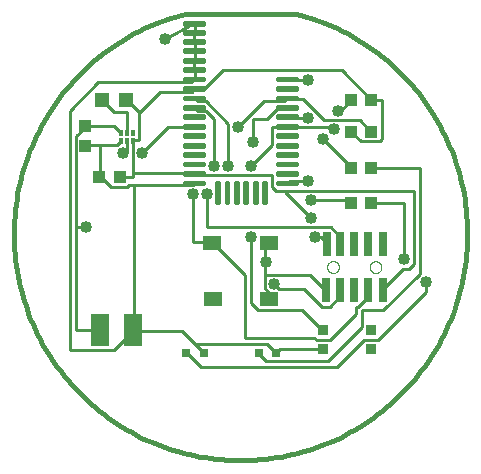
<source format=gtl>
G75*
%MOIN*%
%OFA0B0*%
%FSLAX25Y25*%
%IPPOS*%
%LPD*%
%AMOC8*
5,1,8,0,0,1.08239X$1,22.5*
%
%ADD10C,0.01600*%
%ADD11R,0.03937X0.04331*%
%ADD12R,0.04331X0.03937*%
%ADD13R,0.06299X0.10630*%
%ADD14R,0.03150X0.03150*%
%ADD15R,0.01181X0.02047*%
%ADD16R,0.06102X0.04724*%
%ADD17R,0.02500X0.08000*%
%ADD18C,0.00000*%
%ADD19C,0.01378*%
%ADD20R,0.03543X0.03740*%
%ADD21R,0.05118X0.05000*%
%ADD22C,0.01000*%
%ADD23C,0.04000*%
D10*
X0069963Y0151406D02*
X0068175Y0150939D01*
X0066400Y0150428D01*
X0064637Y0149874D01*
X0062888Y0149277D01*
X0061154Y0148637D01*
X0059437Y0147956D01*
X0057736Y0147232D01*
X0056054Y0146467D01*
X0054391Y0145661D01*
X0052749Y0144815D01*
X0051127Y0143928D01*
X0049528Y0143003D01*
X0047952Y0142038D01*
X0046400Y0141036D01*
X0044872Y0139995D01*
X0043371Y0138918D01*
X0041897Y0137804D01*
X0040450Y0136655D01*
X0039032Y0135470D01*
X0037643Y0134251D01*
X0036284Y0132999D01*
X0034956Y0131713D01*
X0033661Y0130396D01*
X0032397Y0129047D01*
X0031168Y0127668D01*
X0029972Y0126259D01*
X0028811Y0124821D01*
X0027686Y0123356D01*
X0026596Y0121863D01*
X0025544Y0120344D01*
X0024529Y0118800D01*
X0023552Y0117231D01*
X0022614Y0115639D01*
X0021715Y0114025D01*
X0020856Y0112389D01*
X0020037Y0110732D01*
X0019258Y0109056D01*
X0018521Y0107362D01*
X0017826Y0105650D01*
X0017173Y0103921D01*
X0016562Y0102177D01*
X0015994Y0100419D01*
X0015469Y0098647D01*
X0014988Y0096863D01*
X0014550Y0095068D01*
X0014157Y0093262D01*
X0013808Y0091447D01*
X0013503Y0089625D01*
X0013243Y0087795D01*
X0013027Y0085960D01*
X0012857Y0084120D01*
X0012732Y0082276D01*
X0012652Y0080430D01*
X0012617Y0078583D01*
X0012627Y0076735D01*
X0012682Y0074888D01*
X0012783Y0073043D01*
X0012928Y0071201D01*
X0013119Y0069363D01*
X0013355Y0067530D01*
X0013635Y0065703D01*
X0013960Y0063884D01*
X0014329Y0062074D01*
X0014742Y0060272D01*
X0015200Y0058482D01*
X0015701Y0056703D01*
X0016245Y0054938D01*
X0016833Y0053185D01*
X0017463Y0051448D01*
X0018135Y0049727D01*
X0018849Y0048023D01*
X0019605Y0046336D01*
X0020401Y0044669D01*
X0021239Y0043022D01*
X0022116Y0041395D01*
X0023033Y0039791D01*
X0023988Y0038210D01*
X0024983Y0036652D01*
X0026015Y0035119D01*
X0027084Y0033612D01*
X0028189Y0032131D01*
X0029331Y0030678D01*
X0030508Y0029253D01*
X0031719Y0027858D01*
X0032964Y0026492D01*
X0034242Y0025157D01*
X0035552Y0023854D01*
X0036894Y0022584D01*
X0038266Y0021346D01*
X0039668Y0020143D01*
X0041100Y0018974D01*
X0042559Y0017841D01*
X0044046Y0016743D01*
X0045559Y0015682D01*
X0047097Y0014659D01*
X0048661Y0013673D01*
X0050247Y0012726D01*
X0051857Y0011818D01*
X0053488Y0010950D01*
X0055140Y0010122D01*
X0056812Y0009335D01*
X0058502Y0008588D01*
X0060210Y0007883D01*
X0061935Y0007221D01*
X0063676Y0006600D01*
X0065431Y0006022D01*
X0067200Y0005488D01*
X0068981Y0004997D01*
X0070774Y0004549D01*
X0072577Y0004146D01*
X0074390Y0003787D01*
X0076211Y0003472D01*
X0078039Y0003202D01*
X0079873Y0002976D01*
X0081712Y0002796D01*
X0083555Y0002660D01*
X0085401Y0002570D01*
X0087248Y0002525D01*
X0089096Y0002525D01*
X0090943Y0002570D01*
X0092789Y0002660D01*
X0094632Y0002796D01*
X0096471Y0002976D01*
X0098305Y0003202D01*
X0100133Y0003472D01*
X0101954Y0003787D01*
X0103767Y0004146D01*
X0105570Y0004549D01*
X0107363Y0004997D01*
X0109144Y0005488D01*
X0110913Y0006022D01*
X0112668Y0006600D01*
X0114409Y0007221D01*
X0116134Y0007883D01*
X0117842Y0008588D01*
X0119532Y0009335D01*
X0121204Y0010122D01*
X0122856Y0010950D01*
X0124487Y0011818D01*
X0126097Y0012726D01*
X0127683Y0013673D01*
X0129247Y0014659D01*
X0130785Y0015682D01*
X0132298Y0016743D01*
X0133785Y0017841D01*
X0135244Y0018974D01*
X0136676Y0020143D01*
X0138078Y0021346D01*
X0139450Y0022584D01*
X0140792Y0023854D01*
X0142102Y0025157D01*
X0143380Y0026492D01*
X0144625Y0027858D01*
X0145836Y0029253D01*
X0147013Y0030678D01*
X0148155Y0032131D01*
X0149260Y0033612D01*
X0150329Y0035119D01*
X0151361Y0036652D01*
X0152356Y0038210D01*
X0153311Y0039791D01*
X0154228Y0041395D01*
X0155105Y0043022D01*
X0155943Y0044669D01*
X0156739Y0046336D01*
X0157495Y0048023D01*
X0158209Y0049727D01*
X0158881Y0051448D01*
X0159511Y0053185D01*
X0160099Y0054938D01*
X0160643Y0056703D01*
X0161144Y0058482D01*
X0161602Y0060272D01*
X0162015Y0062074D01*
X0162384Y0063884D01*
X0162709Y0065703D01*
X0162989Y0067530D01*
X0163225Y0069363D01*
X0163416Y0071201D01*
X0163561Y0073043D01*
X0163662Y0074888D01*
X0163717Y0076735D01*
X0163727Y0078583D01*
X0163692Y0080430D01*
X0163612Y0082276D01*
X0163487Y0084120D01*
X0163317Y0085960D01*
X0163101Y0087795D01*
X0162841Y0089625D01*
X0162536Y0091447D01*
X0162187Y0093262D01*
X0161794Y0095068D01*
X0161356Y0096863D01*
X0160875Y0098647D01*
X0160350Y0100419D01*
X0159782Y0102177D01*
X0159171Y0103921D01*
X0158518Y0105650D01*
X0157823Y0107362D01*
X0157086Y0109056D01*
X0156307Y0110732D01*
X0155488Y0112389D01*
X0154629Y0114025D01*
X0153730Y0115639D01*
X0152792Y0117231D01*
X0151815Y0118800D01*
X0150800Y0120344D01*
X0149748Y0121863D01*
X0148658Y0123356D01*
X0147533Y0124821D01*
X0146372Y0126259D01*
X0145176Y0127668D01*
X0143947Y0129047D01*
X0142683Y0130396D01*
X0141388Y0131713D01*
X0140060Y0132999D01*
X0138701Y0134251D01*
X0137312Y0135470D01*
X0135894Y0136655D01*
X0134447Y0137804D01*
X0132973Y0138918D01*
X0131472Y0139995D01*
X0129944Y0141036D01*
X0128392Y0142038D01*
X0126816Y0143003D01*
X0125217Y0143928D01*
X0123595Y0144815D01*
X0121953Y0145661D01*
X0120290Y0146467D01*
X0118608Y0147232D01*
X0116907Y0147956D01*
X0115190Y0148637D01*
X0113456Y0149277D01*
X0111707Y0149874D01*
X0109944Y0150428D01*
X0108169Y0150939D01*
X0106381Y0151406D01*
X0069963Y0151406D01*
D11*
X0036459Y0114123D03*
X0036459Y0107430D03*
D12*
X0041144Y0096957D03*
X0047837Y0096957D03*
X0125121Y0100028D03*
X0131814Y0100028D03*
X0131814Y0088454D03*
X0125121Y0088454D03*
X0125121Y0111997D03*
X0131814Y0111997D03*
X0131814Y0122784D03*
X0125121Y0122784D03*
D13*
X0052483Y0045855D03*
X0041459Y0045855D03*
D14*
X0070121Y0038414D03*
X0076026Y0038414D03*
X0094255Y0038335D03*
X0100160Y0038335D03*
D15*
X0052168Y0108808D03*
X0050199Y0108808D03*
X0048231Y0108808D03*
X0048231Y0111761D03*
X0050199Y0111761D03*
X0052168Y0111761D03*
D16*
X0078743Y0075028D03*
X0097640Y0075028D03*
X0097640Y0056131D03*
X0079136Y0056131D03*
D17*
X0116656Y0059241D03*
X0121381Y0059241D03*
X0126105Y0059241D03*
X0130829Y0059438D03*
X0135554Y0059438D03*
X0135554Y0074792D03*
X0130829Y0074792D03*
X0126105Y0074792D03*
X0121381Y0074792D03*
X0116853Y0074792D03*
D18*
X0117049Y0066918D02*
X0117051Y0067006D01*
X0117057Y0067094D01*
X0117067Y0067182D01*
X0117081Y0067270D01*
X0117098Y0067356D01*
X0117120Y0067442D01*
X0117145Y0067526D01*
X0117175Y0067610D01*
X0117207Y0067692D01*
X0117244Y0067772D01*
X0117284Y0067851D01*
X0117328Y0067928D01*
X0117375Y0068003D01*
X0117425Y0068075D01*
X0117479Y0068146D01*
X0117535Y0068213D01*
X0117595Y0068279D01*
X0117657Y0068341D01*
X0117723Y0068401D01*
X0117790Y0068457D01*
X0117861Y0068511D01*
X0117933Y0068561D01*
X0118008Y0068608D01*
X0118085Y0068652D01*
X0118164Y0068692D01*
X0118244Y0068729D01*
X0118326Y0068761D01*
X0118410Y0068791D01*
X0118494Y0068816D01*
X0118580Y0068838D01*
X0118666Y0068855D01*
X0118754Y0068869D01*
X0118842Y0068879D01*
X0118930Y0068885D01*
X0119018Y0068887D01*
X0119106Y0068885D01*
X0119194Y0068879D01*
X0119282Y0068869D01*
X0119370Y0068855D01*
X0119456Y0068838D01*
X0119542Y0068816D01*
X0119626Y0068791D01*
X0119710Y0068761D01*
X0119792Y0068729D01*
X0119872Y0068692D01*
X0119951Y0068652D01*
X0120028Y0068608D01*
X0120103Y0068561D01*
X0120175Y0068511D01*
X0120246Y0068457D01*
X0120313Y0068401D01*
X0120379Y0068341D01*
X0120441Y0068279D01*
X0120501Y0068213D01*
X0120557Y0068146D01*
X0120611Y0068075D01*
X0120661Y0068003D01*
X0120708Y0067928D01*
X0120752Y0067851D01*
X0120792Y0067772D01*
X0120829Y0067692D01*
X0120861Y0067610D01*
X0120891Y0067526D01*
X0120916Y0067442D01*
X0120938Y0067356D01*
X0120955Y0067270D01*
X0120969Y0067182D01*
X0120979Y0067094D01*
X0120985Y0067006D01*
X0120987Y0066918D01*
X0120985Y0066830D01*
X0120979Y0066742D01*
X0120969Y0066654D01*
X0120955Y0066566D01*
X0120938Y0066480D01*
X0120916Y0066394D01*
X0120891Y0066310D01*
X0120861Y0066226D01*
X0120829Y0066144D01*
X0120792Y0066064D01*
X0120752Y0065985D01*
X0120708Y0065908D01*
X0120661Y0065833D01*
X0120611Y0065761D01*
X0120557Y0065690D01*
X0120501Y0065623D01*
X0120441Y0065557D01*
X0120379Y0065495D01*
X0120313Y0065435D01*
X0120246Y0065379D01*
X0120175Y0065325D01*
X0120103Y0065275D01*
X0120028Y0065228D01*
X0119951Y0065184D01*
X0119872Y0065144D01*
X0119792Y0065107D01*
X0119710Y0065075D01*
X0119626Y0065045D01*
X0119542Y0065020D01*
X0119456Y0064998D01*
X0119370Y0064981D01*
X0119282Y0064967D01*
X0119194Y0064957D01*
X0119106Y0064951D01*
X0119018Y0064949D01*
X0118930Y0064951D01*
X0118842Y0064957D01*
X0118754Y0064967D01*
X0118666Y0064981D01*
X0118580Y0064998D01*
X0118494Y0065020D01*
X0118410Y0065045D01*
X0118326Y0065075D01*
X0118244Y0065107D01*
X0118164Y0065144D01*
X0118085Y0065184D01*
X0118008Y0065228D01*
X0117933Y0065275D01*
X0117861Y0065325D01*
X0117790Y0065379D01*
X0117723Y0065435D01*
X0117657Y0065495D01*
X0117595Y0065557D01*
X0117535Y0065623D01*
X0117479Y0065690D01*
X0117425Y0065761D01*
X0117375Y0065833D01*
X0117328Y0065908D01*
X0117284Y0065985D01*
X0117244Y0066064D01*
X0117207Y0066144D01*
X0117175Y0066226D01*
X0117145Y0066310D01*
X0117120Y0066394D01*
X0117098Y0066480D01*
X0117081Y0066566D01*
X0117067Y0066654D01*
X0117057Y0066742D01*
X0117051Y0066830D01*
X0117049Y0066918D01*
X0131223Y0066918D02*
X0131225Y0067006D01*
X0131231Y0067094D01*
X0131241Y0067182D01*
X0131255Y0067270D01*
X0131272Y0067356D01*
X0131294Y0067442D01*
X0131319Y0067526D01*
X0131349Y0067610D01*
X0131381Y0067692D01*
X0131418Y0067772D01*
X0131458Y0067851D01*
X0131502Y0067928D01*
X0131549Y0068003D01*
X0131599Y0068075D01*
X0131653Y0068146D01*
X0131709Y0068213D01*
X0131769Y0068279D01*
X0131831Y0068341D01*
X0131897Y0068401D01*
X0131964Y0068457D01*
X0132035Y0068511D01*
X0132107Y0068561D01*
X0132182Y0068608D01*
X0132259Y0068652D01*
X0132338Y0068692D01*
X0132418Y0068729D01*
X0132500Y0068761D01*
X0132584Y0068791D01*
X0132668Y0068816D01*
X0132754Y0068838D01*
X0132840Y0068855D01*
X0132928Y0068869D01*
X0133016Y0068879D01*
X0133104Y0068885D01*
X0133192Y0068887D01*
X0133280Y0068885D01*
X0133368Y0068879D01*
X0133456Y0068869D01*
X0133544Y0068855D01*
X0133630Y0068838D01*
X0133716Y0068816D01*
X0133800Y0068791D01*
X0133884Y0068761D01*
X0133966Y0068729D01*
X0134046Y0068692D01*
X0134125Y0068652D01*
X0134202Y0068608D01*
X0134277Y0068561D01*
X0134349Y0068511D01*
X0134420Y0068457D01*
X0134487Y0068401D01*
X0134553Y0068341D01*
X0134615Y0068279D01*
X0134675Y0068213D01*
X0134731Y0068146D01*
X0134785Y0068075D01*
X0134835Y0068003D01*
X0134882Y0067928D01*
X0134926Y0067851D01*
X0134966Y0067772D01*
X0135003Y0067692D01*
X0135035Y0067610D01*
X0135065Y0067526D01*
X0135090Y0067442D01*
X0135112Y0067356D01*
X0135129Y0067270D01*
X0135143Y0067182D01*
X0135153Y0067094D01*
X0135159Y0067006D01*
X0135161Y0066918D01*
X0135159Y0066830D01*
X0135153Y0066742D01*
X0135143Y0066654D01*
X0135129Y0066566D01*
X0135112Y0066480D01*
X0135090Y0066394D01*
X0135065Y0066310D01*
X0135035Y0066226D01*
X0135003Y0066144D01*
X0134966Y0066064D01*
X0134926Y0065985D01*
X0134882Y0065908D01*
X0134835Y0065833D01*
X0134785Y0065761D01*
X0134731Y0065690D01*
X0134675Y0065623D01*
X0134615Y0065557D01*
X0134553Y0065495D01*
X0134487Y0065435D01*
X0134420Y0065379D01*
X0134349Y0065325D01*
X0134277Y0065275D01*
X0134202Y0065228D01*
X0134125Y0065184D01*
X0134046Y0065144D01*
X0133966Y0065107D01*
X0133884Y0065075D01*
X0133800Y0065045D01*
X0133716Y0065020D01*
X0133630Y0064998D01*
X0133544Y0064981D01*
X0133456Y0064967D01*
X0133368Y0064957D01*
X0133280Y0064951D01*
X0133192Y0064949D01*
X0133104Y0064951D01*
X0133016Y0064957D01*
X0132928Y0064967D01*
X0132840Y0064981D01*
X0132754Y0064998D01*
X0132668Y0065020D01*
X0132584Y0065045D01*
X0132500Y0065075D01*
X0132418Y0065107D01*
X0132338Y0065144D01*
X0132259Y0065184D01*
X0132182Y0065228D01*
X0132107Y0065275D01*
X0132035Y0065325D01*
X0131964Y0065379D01*
X0131897Y0065435D01*
X0131831Y0065495D01*
X0131769Y0065557D01*
X0131709Y0065623D01*
X0131653Y0065690D01*
X0131599Y0065761D01*
X0131549Y0065833D01*
X0131502Y0065908D01*
X0131458Y0065985D01*
X0131418Y0066064D01*
X0131381Y0066144D01*
X0131349Y0066226D01*
X0131319Y0066310D01*
X0131294Y0066394D01*
X0131272Y0066480D01*
X0131255Y0066566D01*
X0131241Y0066654D01*
X0131231Y0066742D01*
X0131225Y0066830D01*
X0131223Y0066918D01*
D19*
X0107148Y0094497D02*
X0100652Y0094497D01*
X0100652Y0095087D01*
X0107148Y0095087D01*
X0107148Y0094497D01*
X0107148Y0097647D02*
X0100652Y0097647D01*
X0100652Y0098237D01*
X0107148Y0098237D01*
X0107148Y0097647D01*
X0107148Y0100796D02*
X0100652Y0100796D01*
X0100652Y0101386D01*
X0107148Y0101386D01*
X0107148Y0100796D01*
X0107148Y0103946D02*
X0100652Y0103946D01*
X0100652Y0104536D01*
X0107148Y0104536D01*
X0107148Y0103946D01*
X0107148Y0107096D02*
X0100652Y0107096D01*
X0100652Y0107686D01*
X0107148Y0107686D01*
X0107148Y0107096D01*
X0107148Y0110245D02*
X0100652Y0110245D01*
X0100652Y0110835D01*
X0107148Y0110835D01*
X0107148Y0110245D01*
X0107148Y0113395D02*
X0100652Y0113395D01*
X0100652Y0113985D01*
X0107148Y0113985D01*
X0107148Y0113395D01*
X0107148Y0116544D02*
X0100652Y0116544D01*
X0100652Y0117134D01*
X0107148Y0117134D01*
X0107148Y0116544D01*
X0107148Y0119694D02*
X0100652Y0119694D01*
X0100652Y0120284D01*
X0107148Y0120284D01*
X0107148Y0119694D01*
X0107148Y0122844D02*
X0100652Y0122844D01*
X0100652Y0123434D01*
X0107148Y0123434D01*
X0107148Y0122844D01*
X0107148Y0125993D02*
X0100652Y0125993D01*
X0100652Y0126583D01*
X0107148Y0126583D01*
X0107148Y0125993D01*
X0107148Y0129143D02*
X0100652Y0129143D01*
X0100652Y0129733D01*
X0107148Y0129733D01*
X0107148Y0129143D01*
X0076046Y0129143D02*
X0069550Y0129143D01*
X0069550Y0129733D01*
X0076046Y0129733D01*
X0076046Y0129143D01*
X0076046Y0125993D02*
X0069550Y0125993D01*
X0069550Y0126583D01*
X0076046Y0126583D01*
X0076046Y0125993D01*
X0076046Y0122844D02*
X0069550Y0122844D01*
X0069550Y0123434D01*
X0076046Y0123434D01*
X0076046Y0122844D01*
X0076046Y0119694D02*
X0069550Y0119694D01*
X0069550Y0120284D01*
X0076046Y0120284D01*
X0076046Y0119694D01*
X0076046Y0116544D02*
X0069550Y0116544D01*
X0069550Y0117134D01*
X0076046Y0117134D01*
X0076046Y0116544D01*
X0076046Y0113395D02*
X0069550Y0113395D01*
X0069550Y0113985D01*
X0076046Y0113985D01*
X0076046Y0113395D01*
X0076046Y0110245D02*
X0069550Y0110245D01*
X0069550Y0110835D01*
X0076046Y0110835D01*
X0076046Y0110245D01*
X0076046Y0107096D02*
X0069550Y0107096D01*
X0069550Y0107686D01*
X0076046Y0107686D01*
X0076046Y0107096D01*
X0076046Y0103946D02*
X0069550Y0103946D01*
X0069550Y0104536D01*
X0076046Y0104536D01*
X0076046Y0103946D01*
X0076046Y0100796D02*
X0069550Y0100796D01*
X0069550Y0101386D01*
X0076046Y0101386D01*
X0076046Y0100796D01*
X0076046Y0097647D02*
X0069550Y0097647D01*
X0069550Y0098237D01*
X0076046Y0098237D01*
X0076046Y0097647D01*
X0076046Y0094497D02*
X0069550Y0094497D01*
X0069550Y0095087D01*
X0076046Y0095087D01*
X0076046Y0094497D01*
X0080967Y0094891D02*
X0080967Y0088395D01*
X0080377Y0088395D01*
X0080377Y0094891D01*
X0080967Y0094891D01*
X0080967Y0089772D02*
X0080377Y0089772D01*
X0080377Y0091149D02*
X0080967Y0091149D01*
X0080967Y0092526D02*
X0080377Y0092526D01*
X0080377Y0093903D02*
X0080967Y0093903D01*
X0084117Y0094891D02*
X0084117Y0088395D01*
X0083527Y0088395D01*
X0083527Y0094891D01*
X0084117Y0094891D01*
X0084117Y0089772D02*
X0083527Y0089772D01*
X0083527Y0091149D02*
X0084117Y0091149D01*
X0084117Y0092526D02*
X0083527Y0092526D01*
X0083527Y0093903D02*
X0084117Y0093903D01*
X0087266Y0094891D02*
X0087266Y0088395D01*
X0086676Y0088395D01*
X0086676Y0094891D01*
X0087266Y0094891D01*
X0087266Y0089772D02*
X0086676Y0089772D01*
X0086676Y0091149D02*
X0087266Y0091149D01*
X0087266Y0092526D02*
X0086676Y0092526D01*
X0086676Y0093903D02*
X0087266Y0093903D01*
X0090416Y0094891D02*
X0090416Y0088395D01*
X0089826Y0088395D01*
X0089826Y0094891D01*
X0090416Y0094891D01*
X0090416Y0089772D02*
X0089826Y0089772D01*
X0089826Y0091149D02*
X0090416Y0091149D01*
X0090416Y0092526D02*
X0089826Y0092526D01*
X0089826Y0093903D02*
X0090416Y0093903D01*
X0093565Y0094891D02*
X0093565Y0088395D01*
X0092975Y0088395D01*
X0092975Y0094891D01*
X0093565Y0094891D01*
X0093565Y0089772D02*
X0092975Y0089772D01*
X0092975Y0091149D02*
X0093565Y0091149D01*
X0093565Y0092526D02*
X0092975Y0092526D01*
X0092975Y0093903D02*
X0093565Y0093903D01*
X0096715Y0094891D02*
X0096715Y0088395D01*
X0096125Y0088395D01*
X0096125Y0094891D01*
X0096715Y0094891D01*
X0096715Y0089772D02*
X0096125Y0089772D01*
X0096125Y0091149D02*
X0096715Y0091149D01*
X0096715Y0092526D02*
X0096125Y0092526D01*
X0096125Y0093903D02*
X0096715Y0093903D01*
X0076046Y0132292D02*
X0069550Y0132292D01*
X0069550Y0132882D01*
X0076046Y0132882D01*
X0076046Y0132292D01*
X0076046Y0135442D02*
X0069550Y0135442D01*
X0069550Y0136032D01*
X0076046Y0136032D01*
X0076046Y0135442D01*
X0076046Y0138592D02*
X0069550Y0138592D01*
X0069550Y0139182D01*
X0076046Y0139182D01*
X0076046Y0138592D01*
X0076046Y0141623D02*
X0069550Y0141623D01*
X0069550Y0142213D01*
X0076046Y0142213D01*
X0076046Y0141623D01*
X0076046Y0144655D02*
X0069550Y0144655D01*
X0069550Y0145245D01*
X0076046Y0145245D01*
X0076046Y0144655D01*
X0076046Y0147686D02*
X0069550Y0147686D01*
X0069550Y0148276D01*
X0076046Y0148276D01*
X0076046Y0147686D01*
D20*
X0115593Y0045894D03*
X0115593Y0039595D03*
X0131735Y0039595D03*
X0131735Y0045894D03*
D21*
X0050160Y0122666D03*
X0041971Y0122706D03*
D22*
X0045948Y0039202D02*
X0031381Y0039202D01*
X0031381Y0119123D01*
X0040829Y0128572D01*
X0071538Y0128572D01*
X0072325Y0129359D01*
X0072798Y0129438D01*
X0073113Y0129753D01*
X0073113Y0132509D01*
X0072798Y0132587D01*
X0072719Y0132902D01*
X0072719Y0135265D01*
X0072798Y0135737D01*
X0073113Y0136052D01*
X0073113Y0138808D01*
X0072798Y0138887D01*
X0073113Y0139202D01*
X0073113Y0141564D01*
X0072798Y0141918D01*
X0072719Y0142351D01*
X0072719Y0144713D01*
X0072798Y0144950D01*
X0073113Y0145107D01*
X0073113Y0147863D01*
X0072798Y0147981D01*
X0072719Y0148257D01*
X0062877Y0142942D01*
X0073113Y0126603D02*
X0072798Y0126288D01*
X0071932Y0125422D01*
X0061302Y0125422D01*
X0054609Y0118729D01*
X0054215Y0118729D01*
X0054215Y0109280D01*
X0052247Y0109280D01*
X0052168Y0108808D01*
X0052247Y0108493D01*
X0052247Y0098257D01*
X0072719Y0098257D01*
X0072798Y0097942D01*
X0072719Y0097469D01*
X0098703Y0097469D01*
X0098703Y0093532D01*
X0099885Y0092351D01*
X0103034Y0092351D01*
X0103034Y0091957D01*
X0111696Y0083296D01*
X0111696Y0089202D02*
X0124688Y0089202D01*
X0125081Y0088808D01*
X0125121Y0088454D01*
X0131814Y0088454D02*
X0132168Y0088414D01*
X0142798Y0088414D01*
X0142798Y0069517D01*
X0142404Y0066367D02*
X0144373Y0066367D01*
X0145948Y0067942D01*
X0145948Y0092351D01*
X0103034Y0092351D01*
X0103900Y0094792D02*
X0104609Y0095501D01*
X0110514Y0095501D01*
X0098703Y0107706D02*
X0098703Y0113611D01*
X0103822Y0113611D01*
X0103900Y0113690D01*
X0104215Y0113611D01*
X0118388Y0113611D01*
X0119176Y0112824D01*
X0116026Y0115973D02*
X0108940Y0123060D01*
X0104215Y0123060D01*
X0103900Y0123139D01*
X0103428Y0123060D01*
X0102640Y0122272D01*
X0095948Y0122272D01*
X0087286Y0113611D01*
X0084136Y0114792D02*
X0084136Y0100619D01*
X0079412Y0100619D02*
X0079412Y0116367D01*
X0076656Y0119123D01*
X0073900Y0119123D01*
X0073113Y0119910D01*
X0072798Y0119989D01*
X0073900Y0122272D02*
X0073113Y0123060D01*
X0072798Y0123139D01*
X0073900Y0122272D02*
X0076656Y0122272D01*
X0084136Y0114792D01*
X0092404Y0116367D02*
X0092404Y0108493D01*
X0098703Y0107706D02*
X0091617Y0100619D01*
X0077050Y0091170D02*
X0077050Y0080146D01*
X0118388Y0080146D01*
X0121144Y0077391D01*
X0121144Y0075028D01*
X0121381Y0074792D01*
X0116853Y0074792D02*
X0116814Y0075028D01*
X0114845Y0076997D01*
X0112877Y0076997D01*
X0111302Y0064398D02*
X0096341Y0064398D01*
X0096341Y0059674D01*
X0097522Y0058493D01*
X0097522Y0056131D01*
X0097640Y0056131D01*
X0101066Y0059674D02*
X0109333Y0059674D01*
X0115239Y0053769D01*
X0117995Y0053769D01*
X0121144Y0056918D01*
X0121144Y0058887D01*
X0121381Y0059241D01*
X0116656Y0059241D02*
X0116420Y0059280D01*
X0111302Y0064398D01*
X0101066Y0059674D02*
X0099491Y0061249D01*
X0096341Y0064398D02*
X0096341Y0068729D01*
X0096735Y0068729D01*
X0096341Y0068729D02*
X0096341Y0075028D01*
X0097640Y0075028D01*
X0091617Y0076997D02*
X0091617Y0054950D01*
X0093979Y0052587D01*
X0108546Y0052587D01*
X0115239Y0045894D01*
X0115593Y0045894D01*
X0112877Y0043139D02*
X0113270Y0042745D01*
X0117995Y0042745D01*
X0126656Y0051406D01*
X0126656Y0053769D01*
X0127444Y0053769D01*
X0130593Y0056918D01*
X0130593Y0059280D01*
X0130829Y0059438D01*
X0135554Y0059438D02*
X0135711Y0059674D01*
X0142404Y0066367D01*
X0147916Y0064792D02*
X0147916Y0099831D01*
X0132168Y0099831D01*
X0131814Y0100028D01*
X0125121Y0100028D02*
X0125081Y0100225D01*
X0115633Y0109674D01*
X0116026Y0115973D02*
X0127837Y0115973D01*
X0131814Y0111997D01*
X0134530Y0108887D02*
X0135318Y0109674D01*
X0135318Y0122666D01*
X0132168Y0122666D01*
X0131814Y0122784D01*
X0131381Y0123060D01*
X0121932Y0132509D01*
X0082168Y0132509D01*
X0076262Y0126603D01*
X0073113Y0126603D01*
X0072798Y0113690D02*
X0072719Y0113611D01*
X0064058Y0113611D01*
X0055396Y0104950D01*
X0050278Y0104950D02*
X0049097Y0104950D01*
X0050278Y0104950D02*
X0050278Y0108493D01*
X0050199Y0108808D01*
X0048231Y0108808D02*
X0047129Y0107706D01*
X0041223Y0107706D01*
X0041223Y0097076D01*
X0041144Y0096957D01*
X0041617Y0097076D01*
X0045160Y0093532D01*
X0050278Y0093532D01*
X0051066Y0094320D01*
X0052640Y0094320D01*
X0052640Y0046288D01*
X0052483Y0045855D01*
X0052247Y0045501D01*
X0045948Y0039202D01*
X0041459Y0045855D02*
X0041223Y0045894D01*
X0033349Y0045894D01*
X0033349Y0080146D01*
X0036499Y0080146D01*
X0033349Y0080146D02*
X0033349Y0110461D01*
X0036499Y0113611D01*
X0036459Y0114123D01*
X0036499Y0114005D01*
X0045948Y0114005D01*
X0047916Y0112036D01*
X0048231Y0111761D01*
X0050199Y0111761D02*
X0050278Y0112036D01*
X0050278Y0118729D01*
X0045948Y0118729D01*
X0041971Y0122706D01*
X0050160Y0122666D02*
X0050278Y0122666D01*
X0054215Y0118729D01*
X0041223Y0107706D02*
X0036499Y0107706D01*
X0036459Y0107430D01*
X0047916Y0097076D02*
X0047837Y0096957D01*
X0047916Y0097076D02*
X0052247Y0097076D01*
X0052247Y0098257D01*
X0052640Y0094320D02*
X0072325Y0094320D01*
X0072798Y0094792D01*
X0072325Y0091170D02*
X0072325Y0075422D01*
X0078625Y0075422D01*
X0078743Y0075028D01*
X0079018Y0075028D01*
X0089648Y0064398D01*
X0089648Y0043139D01*
X0112877Y0043139D01*
X0115593Y0039595D02*
X0101459Y0039595D01*
X0100278Y0038414D01*
X0100160Y0038335D01*
X0099885Y0038414D01*
X0097129Y0041170D01*
X0073507Y0041170D01*
X0073310Y0040973D01*
X0075869Y0038414D01*
X0076026Y0038414D01*
X0073310Y0040973D02*
X0068782Y0045501D01*
X0052640Y0045501D01*
X0052483Y0045855D01*
X0070121Y0038414D02*
X0070357Y0038414D01*
X0075081Y0033690D01*
X0120357Y0033690D01*
X0129412Y0042745D01*
X0134136Y0042745D01*
X0149885Y0058493D01*
X0149885Y0062036D01*
X0147916Y0064792D02*
X0135711Y0052587D01*
X0128625Y0052587D01*
X0128625Y0047076D01*
X0117207Y0035658D01*
X0096735Y0035658D01*
X0094373Y0038020D01*
X0094255Y0038335D01*
X0128231Y0108887D02*
X0134530Y0108887D01*
X0128231Y0108887D02*
X0125121Y0111997D01*
X0121538Y0119123D02*
X0120751Y0119123D01*
X0121538Y0119123D02*
X0125081Y0122666D01*
X0125121Y0122784D01*
X0110514Y0116761D02*
X0104215Y0116761D01*
X0103900Y0116839D01*
X0103822Y0119910D02*
X0100672Y0119910D01*
X0097129Y0116367D01*
X0092404Y0116367D01*
X0103822Y0119910D02*
X0103900Y0119989D01*
X0104215Y0129359D02*
X0103900Y0129438D01*
X0104215Y0129359D02*
X0110514Y0129359D01*
D23*
X0110514Y0129359D03*
X0120751Y0119123D03*
X0119176Y0112824D03*
X0115633Y0109674D03*
X0110514Y0116761D03*
X0092404Y0108493D03*
X0087286Y0113611D03*
X0084136Y0100619D03*
X0079412Y0100619D03*
X0077050Y0091170D03*
X0072325Y0091170D03*
X0055396Y0104950D03*
X0049097Y0104950D03*
X0036499Y0080146D03*
X0091617Y0076997D03*
X0096735Y0068729D03*
X0099491Y0061249D03*
X0112877Y0076997D03*
X0111696Y0083296D03*
X0111696Y0089202D03*
X0110514Y0095501D03*
X0091617Y0100619D03*
X0062877Y0142942D03*
X0142798Y0069517D03*
X0149885Y0062036D03*
M02*

</source>
